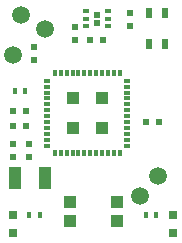
<source format=gbr>
G04 #@! TF.FileFunction,Paste,Top*
%FSLAX46Y46*%
G04 Gerber Fmt 4.6, Leading zero omitted, Abs format (unit mm)*
G04 Created by KiCad (PCBNEW 4.0.4-stable) date 07/06/18 22:18:52*
%MOMM*%
%LPD*%
G01*
G04 APERTURE LIST*
%ADD10C,0.100000*%
%ADD11R,0.500000X0.600000*%
%ADD12R,0.600000X0.500000*%
%ADD13R,0.797560X0.797560*%
%ADD14R,0.400000X0.600000*%
%ADD15R,1.100000X1.900000*%
%ADD16R,0.500000X0.900000*%
%ADD17C,1.500000*%
%ADD18R,0.470000X0.400000*%
%ADD19R,0.502000X0.502000*%
%ADD20R,0.300000X0.550000*%
%ADD21R,0.550000X0.300000*%
%ADD22R,1.002000X1.002000*%
%ADD23R,1.000000X1.000000*%
G04 APERTURE END LIST*
D10*
D11*
X103570000Y-92600000D03*
X103570000Y-91500000D03*
D12*
X103370000Y-89950000D03*
X102270000Y-89950000D03*
D11*
X102270000Y-92600000D03*
X102270000Y-91500000D03*
D12*
X103370000Y-88700000D03*
X102270000Y-88700000D03*
D11*
X112170000Y-81550000D03*
X112170000Y-80450000D03*
X107470000Y-81600000D03*
X107470000Y-82700000D03*
D12*
X113520000Y-89650000D03*
X114620000Y-89650000D03*
D11*
X103970000Y-84400000D03*
X103970000Y-83300000D03*
D13*
X115750000Y-97500700D03*
X115750000Y-98999300D03*
X102250000Y-97500700D03*
X102250000Y-98999300D03*
D14*
X102370000Y-87000000D03*
X103270000Y-87000000D03*
X113470000Y-97500000D03*
X114370000Y-97500000D03*
X104520000Y-97500000D03*
X103620000Y-97500000D03*
D15*
X102370000Y-94350000D03*
X104970000Y-94350000D03*
D16*
X115120000Y-83050000D03*
X115120000Y-80450000D03*
X113720000Y-83050000D03*
X113720000Y-80450000D03*
D12*
X108720000Y-82700000D03*
X109820000Y-82700000D03*
D17*
X113020000Y-95950000D03*
X114545000Y-94200000D03*
D18*
X110235000Y-81550000D03*
X110235000Y-80900000D03*
X110235000Y-80250000D03*
X108405000Y-80250000D03*
X108405000Y-80900000D03*
X108405000Y-81550000D03*
D19*
X109320000Y-81250000D03*
X109320000Y-80550000D03*
D20*
X105770000Y-92275000D03*
X106270000Y-92275000D03*
X106770000Y-92275000D03*
X107270000Y-92275000D03*
X107770000Y-92275000D03*
X108270000Y-92275000D03*
X108770000Y-92275000D03*
X109270000Y-92275000D03*
X109770000Y-92275000D03*
X110270000Y-92275000D03*
X110770000Y-92275000D03*
X111270000Y-92275000D03*
D21*
X111895000Y-91650000D03*
X111895000Y-91150000D03*
X111895000Y-90650000D03*
X111895000Y-90150000D03*
X111895000Y-89650000D03*
X111895000Y-89150000D03*
X111895000Y-88650000D03*
X111895000Y-88150000D03*
X111895000Y-87650000D03*
X111895000Y-87150000D03*
X111895000Y-86650000D03*
X111895000Y-86150000D03*
D20*
X111270000Y-85525000D03*
X110770000Y-85525000D03*
X110270000Y-85525000D03*
X109770000Y-85525000D03*
X109270000Y-85525000D03*
X108770000Y-85525000D03*
X108270000Y-85525000D03*
X107770000Y-85525000D03*
X107270000Y-85525000D03*
X106770000Y-85525000D03*
X106270000Y-85525000D03*
X105770000Y-85525000D03*
D21*
X105145000Y-86150000D03*
X105145000Y-86650000D03*
X105145000Y-87150000D03*
X105145000Y-87650000D03*
X105145000Y-88150000D03*
X105145000Y-88650000D03*
X105145000Y-89150000D03*
X105145000Y-89650000D03*
X105145000Y-90150000D03*
X105145000Y-90650000D03*
X105145000Y-91150000D03*
X105145000Y-91650000D03*
D22*
X107270000Y-90150000D03*
X109770000Y-90150000D03*
X107270000Y-87650000D03*
X109770000Y-87650000D03*
D23*
X111020000Y-96450000D03*
X107020000Y-98050000D03*
X111020000Y-98050000D03*
X107020000Y-96450000D03*
D17*
X102870000Y-80575000D03*
X104945000Y-81750000D03*
X102245000Y-84000000D03*
M02*

</source>
